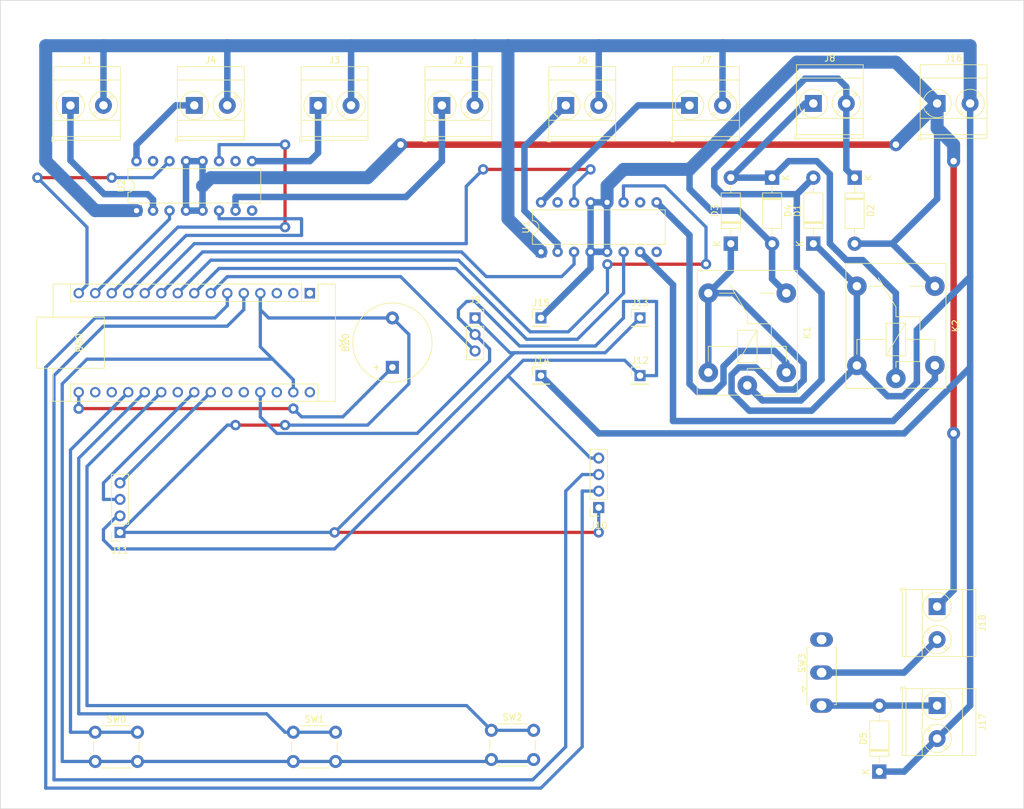
<source format=kicad_pcb>
(kicad_pcb (version 20211014) (generator pcbnew)
  (layers (0 "F.Cu" signal) (31 "B.Cu" signal) (34 "B.Paste" user) (35 "F.Paste" user) (36 "B.SilkS" user "B.Silkscreen") (37 "F.SilkS" user "F.Silkscreen") (38 "B.Mask" user) (39 "F.Mask" user) (44 "Edge.Cuts" user))
  (net 0 "")
  (net 4 "Net-(A1-Pad5)")
  (net 5 "Net-(A1-Pad6)")
  (net 6 "Net-(A1-Pad7)")
  (net 9 "Net-(A1-Pad16)")
  (net 10 "Net-(A1-Pad19)")
  (net 11 "Net-(A1-Pad20)")
  (net 13 "Net-(A1-Pad21)")
  (net 14 "Net-(A1-Pad23)")
  (net 18 "Net-(A1-Pad15)")
  (net 20 "Net-(A1-Pad24)")
  (net 21 "+12V")
  (net 22 "Net-(A1-Pad14)")
  (net 23 "Net-(A1-Pad13)")
  (net 24 "Net-(A1-Pad12)")
  (net 25 "Net-(A1-Pad11)")
  (net 26 "Net-(A1-Pad9)")
  (net 27 "Net-(A1-Pad10)")
  (net 28 "Net-(A1-Pad8)")
  (net 29 "Net-(D1-Pad2)")
  (net 30 "Net-(J1-Pad1)")
  (net 31 "GND")
  (net 32 "Net-(J6-Pad1)")
  (net 33 "Net-(D3-Pad2)")
  (net 34 "Net-(J2-Pad1)")
  (net 35 "Net-(J4-Pad1)")
  (net 36 "Net-(J7-Pad1)")
  (net 37 "Net-(K1-PadA1)")
  (net 38 "Net-(J3-Pad1)")
  (net 39 "+5V")
  (net 40 "GNDPWR")
  (net 41 "Net-(K2-PadA1)")
  (net 42 "Net-(D5-Pad2)")
  (net 43 "Net-(J18-Pad2)")
  (footprint "TerminalBlock_Phoenix:TerminalBlock_Phoenix_MKDS-3-2-5.08_1x02_P5.08mm_Horizontal" (layer "F.Cu") (at 76.83 39.035)
    (fp_text reference "J3")
    (fp_text value "PIN10")
  )
  (footprint "Button_Switch_THT:SW_PUSH_6mm" (layer "F.Cu") (at 42.54 135.545)
    (fp_text reference "SW0")
    (fp_text value "PIN_A0")
  )
  (footprint "TerminalBlock_Phoenix:TerminalBlock_Phoenix_MKDS-3-2-5.08_1x02_P5.08mm_Horizontal" (layer "F.Cu") (at 38.73 39.035)
    (fp_text reference "J1")
    (fp_text value "PIN11")
  )
  (footprint "TerminalBlock_Phoenix:TerminalBlock_Phoenix_MKDS-3-2-5.08_1x02_P5.08mm_Horizontal" (layer "F.Cu") (at 172.08 38.735)
    (fp_text reference "J16")
    (fp_text value "PWR_IN")
  )
  (footprint "Diode_THT:D_DO-41_SOD81_P10.16mm_Horizontal" (layer "F.Cu") (at 146.685 50.165 -90)
    (fp_text reference "D4")
    (fp_text value "1N4004")
  )
  (footprint "Connector_PinSocket_2.54mm:PinSocket_1x04_P2.54mm_Vertical" (layer "F.Cu") (at 120.01 100.955 180)
    (fp_text reference "J10")
    (fp_text value "HX711")
  )
  (footprint "TerminalBlock_Phoenix:TerminalBlock_Phoenix_MKDS-3-2-5.08_1x02_P5.08mm_Horizontal" (layer "F.Cu") (at 172.08 116.2 -90)
    (fp_text reference "J18")
    (fp_text value "FILTER_SENSOR")
  )
  (footprint "Button_Switch_THT:SW_PUSH_6mm" (layer "F.Cu") (at 73.02 135.545)
    (fp_text reference "SW1")
    (fp_text value "PIN_A1")
  )
  (footprint "Buzzer_Beeper:Buzzer_12x9.5RM7.6" (layer "F.Cu") (at 88.265 79.365 90)
    (fp_text reference "BZ0")
    (fp_text value "Buzzer")
  )
  (footprint "TerminalBlock_Phoenix:TerminalBlock_Phoenix_MKDS-3-2-5.08_1x02_P5.08mm_Horizontal" (layer "F.Cu") (at 153.03 38.735)
    (fp_text reference "J8")
    (fp_text value "PUMP")
  )
  (footprint "Button_Switch_THT:SW_PUSH_6mm" (layer "F.Cu") (at 103.5 135.25)
    (fp_text reference "SW2")
    (fp_text value "PIN_A2")
  )
  (footprint "Button_Switch_THT:SW_Slide_1P2T_CK_OS102011MS2Q" (layer "F.Cu") (at 154.3 128.9 90)
    (fp_text reference "SW3")
    (fp_text value "SW_SPDT")
  )
  (footprint "TerminalBlock_Phoenix:TerminalBlock_Phoenix_MKDS-3-2-5.08_1x02_P5.08mm_Horizontal" (layer "F.Cu") (at 57.785 39.035)
    (fp_text reference "J4")
    (fp_text value "PIN12")
  )
  (footprint "Diode_THT:D_DO-41_SOD81_P10.16mm_Horizontal" (layer "F.Cu") (at 163.19 141.6 90)
    (fp_text reference "D5")
    (fp_text value "1N4004")
  )
  (footprint "Connector_PinSocket_2.54mm:PinSocket_1x04_P2.54mm_Vertical" (layer "F.Cu") (at 46.355 104.775 180)
    (fp_text reference "J11")
    (fp_text value "LCD")
  )
  (footprint "Module:Arduino_Nano" (layer "F.Cu") (at 75.565 67.955 -90)
    (fp_text reference "A1")
    (fp_text value "Arduino_Nano_v3.x")
  )
  (footprint "Connector_PinSocket_2.54mm:PinSocket_1x03_P2.54mm_Vertical" (layer "F.Cu") (at 100.99 71.77)
    (fp_text reference "J9")
    (fp_text value "SERVO")
  )
  (footprint "Connector_PinHeader_2.54mm:PinHeader_1x01_P2.54mm_Vertical" (layer "F.Cu") (at 126.365 80.645)
    (fp_text reference "J12")
    (fp_text value "OUT+")
  )
  (footprint "Connector_PinHeader_2.54mm:PinHeader_1x01_P2.54mm_Vertical" (layer "F.Cu") (at 111.125 71.755)
    (fp_text reference "J15")
    (fp_text value "IN-")
  )
  (footprint "TerminalBlock_Phoenix:TerminalBlock_Phoenix_MKDS-3-2-5.08_1x02_P5.08mm_Horizontal" (layer "F.Cu") (at 133.98 39.035)
    (fp_text reference "J7")
    (fp_text value "PIN8")
  )
  (footprint "Package_DIP:DIP-16_W7.62mm" (layer "F.Cu") (at 48.895 55.235 90)
    (fp_text reference "U2")
    (fp_text value "TD62064APG")
  )
  (footprint "Connector_PinHeader_2.54mm:PinHeader_1x01_P2.54mm_Vertical" (layer "F.Cu") (at 126.365 71.755)
    (fp_text reference "J13")
    (fp_text value "OUT-")
  )
  (footprint "TerminalBlock_Phoenix:TerminalBlock_Phoenix_MKDS-3-2-5.08_1x02_P5.08mm_Horizontal" (layer "F.Cu") (at 95.88 39.035)
    (fp_text reference "J2")
    (fp_text value "PIN9")
  )
  (footprint "Diode_THT:D_DO-41_SOD81_P10.16mm_Horizontal" (layer "F.Cu") (at 140.335 60.325 90)
    (fp_text reference "D3")
    (fp_text value "1N4004")
  )
  (footprint "Package_DIP:DIP-16_W7.62mm" (layer "F.Cu") (at 111.14 61.585 90)
    (fp_text reference "U1")
    (fp_text value "TD62064APG")
  )
  (footprint "Relay_THT:Relay_SPDT_Finder_36.11" (layer "F.Cu") (at 142.875 82.145 90)
    (fp_text reference "K1")
    (fp_text value "FINDER-36.11")
  )
  (footprint "Connector_PinHeader_2.54mm:PinHeader_1x01_P2.54mm_Vertical" (layer "F.Cu") (at 111.125 80.645)
    (fp_text reference "J14")
    (fp_text value "IN+")
  )
  (footprint "Diode_THT:D_DO-41_SOD81_P10.16mm_Horizontal" (layer "F.Cu") (at 159.385 50.165 -90)
    (fp_text reference "D2")
    (fp_text value "1N4004")
  )
  (footprint "TerminalBlock_Phoenix:TerminalBlock_Phoenix_MKDS-3-2-5.08_1x02_P5.08mm_Horizontal" (layer "F.Cu") (at 114.935 39.035)
    (fp_text reference "J6")
    (fp_text value "PIN7")
  )
  (footprint "Diode_THT:D_DO-41_SOD81_P10.16mm_Horizontal" (layer "F.Cu") (at 153.035 60.325 90)
    (fp_text reference "D1")
    (fp_text value "1N4004")
  )
  (footprint "Relay_THT:Relay_SPDT_Finder_36.11" (layer "F.Cu") (at 165.735 81.075 90)
    (fp_text reference "K2")
    (fp_text value "FINDER-36.11")
  )
  (footprint "TerminalBlock_Phoenix:TerminalBlock_Phoenix_MKDS-3-2-5.08_1x02_P5.08mm_Horizontal" (layer "F.Cu") (at 172.08 131.44 -90)
    (fp_text reference "J17")
    (fp_text value "FILTER_PUMP")
  )
  (gr_rect (start 27.94 22.86) (end 185.42 147.32) (layer "Edge.Cuts") (width 0.1) (fill none))
  (segment (start 117.475 95.875) (end 120.01 95.875) (width 0.5) (layer "B.Cu") (net 4))
  (segment (start 36.195 142.87) (end 36.2 142.865) (width 0.5) (layer "B.Cu") (net 4))
  (segment (start 109.855 142.865) (end 114.93 137.79) (width 0.5) (layer "B.Cu") (net 4))
  (segment (start 114.93 137.79) (end 114.93 98.42) (width 0.5) (layer "B.Cu") (net 4))
  (segment (start 43.805 73.025) (end 36.195 80.635) (width 0.5) (layer "B.Cu") (net 4))
  (segment (start 36.2 142.865) (end 109.855 142.865) (width 0.5) (layer "B.Cu") (net 4))
  (segment (start 114.93 98.42) (end 117.475 95.875) (width 0.5) (layer "B.Cu") (net 4))
  (segment (start 36.195 80.635) (end 36.195 142.87) (width 0.5) (layer "B.Cu") (net 4))
  (segment (start 62.855 73.025) (end 43.805 73.025) (width 0.5) (layer "B.Cu") (net 4))
  (segment (start 65.405 70.475) (end 62.855 73.025) (width 0.5) (layer "B.Cu") (net 4))
  (segment (start 65.405 67.955) (end 65.405 70.475) (width 0.5) (layer "B.Cu") (net 4))
  (segment (start 60.968604 71.755) (end 42.535 71.755) (width 0.5) (layer "B.Cu") (net 5))
  (segment (start 117.47 98.42) (end 117.475 98.415) (width 0.5) (layer "B.Cu") (net 5))
  (segment (start 34.925 79.365) (end 34.925 144.14) (width 0.5) (layer "B.Cu") (net 5))
  (segment (start 34.92 144.145) (end 111.115 144.145) (width 0.5) (layer "B.Cu") (net 5))
  (segment (start 62.865 67.955) (end 62.865 69.858604) (width 0.5) (layer "B.Cu") (net 5))
  (segment (start 34.925 144.14) (end 34.92 144.145) (width 0.5) (layer "B.Cu") (net 5))
  (segment (start 111.115 144.145) (end 117.47 137.79) (width 0.5) (layer "B.Cu") (net 5))
  (segment (start 62.865 69.858604) (end 60.968604 71.755) (width 0.5) (layer "B.Cu") (net 5))
  (segment (start 117.475 98.415) (end 120.01 98.415) (width 0.5) (layer "B.Cu") (net 5))
  (segment (start 42.535 71.755) (end 34.925 79.365) (width 0.5) (layer "B.Cu") (net 5))
  (segment (start 117.47 137.79) (end 117.47 98.42) (width 0.5) (layer "B.Cu") (net 5))
  (segment (start 62.865 65.405) (end 60.325 67.945) (width 0.5) (layer "B.Cu") (net 6))
  (segment (start 89.535 65.405) (end 62.865 65.405) (width 0.5) (layer "B.Cu") (net 6))
  (segment (start 100.98 76.85) (end 89.535 65.405) (width 0.5) (layer "B.Cu") (net 6))
  (segment (start 60.325 67.945) (end 60.325 67.955) (width 0.5) (layer "B.Cu") (net 6))
  (segment (start 100.99 76.85) (end 100.98 76.85) (width 0.5) (layer "B.Cu") (net 6))
  (segment (start 73.02 85.72) (end 40 85.72) (width 0.5) (layer "F.Cu") (net 9))
  (via (at 73.02 85.72) (size 1.6) (drill 0.8) (layers "F.Cu" "B.Cu") (net 9))
  (via (at 40 85.72) (size 1.6) (drill 0.8) (layers "F.Cu" "B.Cu") (net 9))
  (via (at 40 85.72) (size 1.6) (drill 0.8) (layers "F.Cu" "B.Cu") (net 9))
  (segment (start 73.02 85.72) (end 74.29 86.99) (width 0.5) (layer "B.Cu") (net 9))
  (segment (start 40.005 85.715) (end 40 85.72) (width 0.5) (layer "B.Cu") (net 9))
  (segment (start 74.29 86.99) (end 80.64 86.99) (width 0.5) (layer "B.Cu") (net 9))
  (segment (start 40.005 83.195) (end 40.005 85.715) (width 0.5) (layer "B.Cu") (net 9))
  (segment (start 80.64 86.99) (end 88.265 79.365) (width 0.5) (layer "B.Cu") (net 9))
  (segment (start 38.735 135.545) (end 38.735 92.085) (width 0.5) (layer "B.Cu") (net 10))
  (segment (start 38.735 92.085) (end 47.625 83.195) (width 0.5) (layer "B.Cu") (net 10))
  (segment (start 42.54 135.545) (end 49.04 135.545) (width 0.5) (layer "B.Cu") (net 10))
  (segment (start 42.54 135.545) (end 38.735 135.545) (width 0.5) (layer "B.Cu") (net 10))
  (segment (start 73.02 135.545) (end 71.75 135.545) (width 0.5) (layer "B.Cu") (net 11))
  (segment (start 73.02 135.545) (end 79.52 135.545) (width 0.5) (layer "B.Cu") (net 11))
  (segment (start 71.75 135.545) (end 68.915 132.71) (width 0.5) (layer "B.Cu") (net 11))
  (segment (start 68.915 132.71) (end 40.005 132.71) (width 0.5) (layer "B.Cu") (net 11))
  (segment (start 40.005 93.355) (end 50.165 83.195) (width 0.5) (layer "B.Cu") (net 11))
  (segment (start 40.005 132.71) (end 40.005 93.355) (width 0.5) (layer "B.Cu") (net 11))
  (segment (start 103.5 135.25) (end 99.69 131.44) (width 0.5) (layer "B.Cu") (net 13))
  (segment (start 41.275 94.625) (end 52.705 83.195) (width 0.5) (layer "B.Cu") (net 13))
  (segment (start 103.5 135.25) (end 110 135.25) (width 0.5) (layer "B.Cu") (net 13))
  (segment (start 41.275 131.44) (end 41.275 94.625) (width 0.5) (layer "B.Cu") (net 13))
  (segment (start 99.69 131.44) (end 41.275 131.44) (width 0.5) (layer "B.Cu") (net 13))
  (segment (start 43.815 99.695) (end 46.355 99.695) (width 0.5) (layer "B.Cu") (net 14))
  (segment (start 57.785 83.195) (end 43.81 97.17) (width 0.5) (layer "B.Cu") (net 14))
  (segment (start 43.81 97.17) (end 43.81 99.69) (width 0.5) (layer "B.Cu") (net 14))
  (segment (start 43.81 99.69) (end 43.815 99.695) (width 0.5) (layer "B.Cu") (net 14))
  (segment (start 45.08 50.16) (end 33.65 50.16) (width 0.5) (layer "F.Cu") (net 18))
  (via (at 33.65 50.16) (size 1.6) (drill 0.8) (layers "F.Cu" "B.Cu") (net 18))
  (via (at 45.08 50.16) (size 1.6) (drill 0.8) (layers "F.Cu" "B.Cu") (net 18))
  (segment (start 45.08 50.16) (end 51.43 50.16) (width 0.5) (layer "B.Cu") (net 18))
  (segment (start 41.275 66.685) (end 40.005 67.955) (width 0.5) (layer "B.Cu") (net 18))
  (segment (start 33.65 50.16) (end 41.275 57.785) (width 0.5) (layer "B.Cu") (net 18))
  (segment (start 41.275 57.785) (end 41.275 66.685) (width 0.5) (layer "B.Cu") (net 18))
  (segment (start 51.43 50.16) (end 53.975 47.615) (width 0.5) (layer "B.Cu") (net 18))
  (segment (start 60.325 83.195) (end 46.365 97.155) (width 0.5) (layer "B.Cu") (net 20))
  (segment (start 46.365 97.155) (end 46.355 97.155) (width 0.5) (layer "B.Cu") (net 20))
  (segment (start 167.005 89.535) (end 177.16 79.38) (width 1) (layer "B.Cu") (net 21))
  (segment (start 144.145 79.375) (end 141.605 79.375) (width 1) (layer "B.Cu") (net 21))
  (segment (start 100.965 29.845) (end 100.96 29.85) (width 1) (layer "B.Cu") (net 21))
  (segment (start 106.045 56.49) (end 106.045 29.845) (width 2) (layer "B.Cu") (net 21))
  (segment (start 159.735 66.875) (end 159.735 79.075) (width 1) (layer "B.Cu") (net 21))
  (segment (start 150.099476 82.781621) (end 147.551621 82.781621) (width 1) (layer "B.Cu") (net 21))
  (segment (start 163.19 141.6) (end 167 141.6) (width 1) (layer "B.Cu") (net 21))
  (segment (start 62.865 29.845) (end 62.865 39.035) (width 1) (layer "B.Cu") (net 21))
  (segment (start 177.16 65.41) (end 177.16 65.4) (width 1) (layer "B.Cu") (net 21))
  (segment (start 177.16 79.38) (end 177.16 131.44) (width 1) (layer "B.Cu") (net 21))
  (segment (start 147.551621 82.781621) (end 144.145 79.375) (width 1) (layer "B.Cu") (net 21))
  (segment (start 168.96236 81.724854) (end 168.96236 73.60764) (width 1) (layer "B.Cu") (net 21))
  (segment (start 100.96 29.85) (end 100.96 39.035) (width 1) (layer "B.Cu") (net 21))
  (segment (start 34.925 29.845) (end 43.815 29.845) (width 2) (layer "B.Cu") (net 21))
  (segment (start 151.551472 81.329625) (end 150.099476 82.781621) (width 1) (layer "B.Cu") (net 21))
  (segment (start 140.452302 83.302302) (end 143.191862 86.041862) (width 1) (layer "B.Cu") (net 21))
  (segment (start 177.16 65.4) (end 177.16 38.735) (width 1) (layer "B.Cu") (net 21))
  (segment (start 48.895 55.235) (end 42.535 55.235) (width 2) (layer "B.Cu") (net 21))
  (segment (start 81.915 29.845) (end 100.965 29.845) (width 2) (layer "B.Cu") (net 21))
  (segment (start 141.605 79.375) (end 140.452302 80.527698) (width 1) (layer "B.Cu") (net 21))
  (segment (start 81.915 29.845) (end 81.91 29.85) (width 1) (layer "B.Cu") (net 21))
  (segment (start 43.815 29.845) (end 62.865 29.845) (width 2) (layer "B.Cu") (net 21))
  (segment (start 136.875 80.145) (end 136.875 67.945) (width 1) (layer "B.Cu") (net 21))
  (segment (start 152.768138 86.041862) (end 159.735 79.075) (width 1) (layer "B.Cu") (net 21))
  (segment (start 111.125 80.645) (end 120.015 89.535) (width 1) (layer "B.Cu") (net 21))
  (segment (start 139.065 29.845) (end 177.165 29.845) (width 2) (layer "B.Cu") (net 21))
  (segment (start 164.469814 83.809814) (end 166.8774 83.809814) (width 1) (layer "B.Cu") (net 21))
  (segment (start 81.91 29.85) (end 81.91 39.035) (width 1) (layer "B.Cu") (net 21))
  (segment (start 111.14 61.585) (end 106.045 56.49) (width 2) (layer "B.Cu") (net 21))
  (segment (start 62.865 29.845) (end 81.915 29.845) (width 2) (layer "B.Cu") (net 21))
  (segment (start 168.96236 73.60764) (end 177.16 65.41) (width 1) (layer "B.Cu") (net 21))
  (segment (start 120.015 29.845) (end 139.065 29.845) (width 2) (layer "B.Cu") (net 21))
  (segment (start 177.16 29.85) (end 177.16 38.735) (width 2) (layer "B.Cu") (net 21))
  (segment (start 120.015 29.845) (end 120.015 39.035) (width 1) (layer "B.Cu") (net 21))
  (segment (start 100.965 29.845) (end 106.045 29.845) (width 2) (layer "B.Cu") (net 21))
  (segment (start 140.452302 80.527698) (end 140.452302 83.302302) (width 1) (layer "B.Cu") (net 21))
  (segment (start 34.925 47.625) (end 34.925 29.845) (width 2) (layer "B.Cu") (net 21))
  (segment (start 140.335 64.485) (end 136.875 67.945) (width 1) (layer "B.Cu") (net 21))
  (segment (start 139.065 29.845) (end 139.06 29.85) (width 1) (layer "B.Cu") (net 21))
  (segment (start 42.535 55.235) (end 34.925 47.625) (width 2) (layer "B.Cu") (net 21))
  (segment (start 140.335 62.865) (end 140.335 64.485) (width 1) (layer "B.Cu") (net 21))
  (segment (start 166.8774 83.809814) (end 168.96236 81.724854) (width 1) (layer "B.Cu") (net 21))
  (segment (start 140.335 60.325) (end 140.335 62.865) (width 1) (layer "B.Cu") (net 21))
  (segment (start 43.81 29.85) (end 43.815 29.845) (width 1) (layer "B.Cu") (net 21))
  (segment (start 153.185 60.325) (end 159.735 66.875) (width 1) (layer "B.Cu") (net 21))
  (segment (start 153.035 60.325) (end 153.185 60.325) (width 1) (layer "B.Cu") (net 21))
  (segment (start 151.551472 78.734416) (end 151.551472 81.329625) (width 1) (layer "B.Cu") (net 21))
  (segment (start 177.16 79.38) (end 177.16 65.4) (width 1) (layer "B.Cu") (net 21))
  (segment (start 120.015 89.535) (end 167.005 89.535) (width 1) (layer "B.Cu") (net 21))
  (segment (start 136.875 67.945) (end 140.762056 67.945) (width 1) (layer "B.Cu") (net 21))
  (segment (start 177.16 131.44) (end 172.08 136.52) (width 1) (layer "B.Cu") (net 21))
  (segment (start 140.762056 67.945) (end 151.551472 78.734416) (width 1) (layer "B.Cu") (net 21))
  (segment (start 43.81 39.035) (end 43.81 29.85) (width 1) (layer "B.Cu") (net 21))
  (segment (start 106.045 29.845) (end 120.015 29.845) (width 2) (layer "B.Cu") (net 21))
  (segment (start 159.735 79.075) (end 164.469814 83.809814) (width 1) (layer "B.Cu") (net 21))
  (segment (start 139.06 29.85) (end 139.06 39.035) (width 1) (layer "B.Cu") (net 21))
  (segment (start 143.191862 86.041862) (end 152.768138 86.041862) (width 1) (layer "B.Cu") (net 21))
  (segment (start 167 141.6) (end 172.08 136.52) (width 1) (layer "B.Cu") (net 21))
  (segment (start 53.975 56.525) (end 42.545 67.955) (width 0.5) (layer "B.Cu") (net 22))
  (segment (start 53.975 55.235) (end 53.975 56.525) (width 0.5) (layer "B.Cu") (net 22))
  (segment (start 71.75 45.08) (end 71.75 57.78) (width 0.5) (layer "F.Cu") (net 23))
  (via (at 71.75 57.78) (size 1.6) (drill 0.8) (layers "F.Cu" "B.Cu") (net 23))
  (via (at 71.75 45.08) (size 1.6) (drill 0.8) (layers "F.Cu" "B.Cu") (net 23))
  (segment (start 71.75 57.78) (end 55.26 57.78) (width 0.5) (layer "B.Cu") (net 23))
  (segment (start 55.26 57.78) (end 45.085 67.955) (width 0.5) (layer "B.Cu") (net 23))
  (segment (start 61.595 45.08) (end 61.595 47.615) (width 0.5) (layer "B.Cu") (net 23))
  (segment (start 71.75 45.08) (end 61.595 45.08) (width 0.5) (layer "B.Cu") (net 23))
  (segment (start 74.29 56.51) (end 74.265 56.485) (width 0.5) (layer "B.Cu") (net 24))
  (segment (start 74.29 59.05) (end 74.29 56.51) (width 0.5) (layer "B.Cu") (net 24))
  (segment (start 56.53 59.05) (end 47.625 67.955) (width 0.5) (layer "B.Cu") (net 24))
  (segment (start 61.595 56.465) (end 61.615 56.485) (width 0.5) (layer "B.Cu") (net 24))
  (segment (start 74.29 59.05) (end 56.53 59.05) (width 0.5) (layer "B.Cu") (net 24))
  (segment (start 61.615 56.485) (end 74.265 56.485) (width 0.5) (layer "B.Cu") (net 24))
  (segment (start 61.595 55.235) (end 61.595 56.465) (width 0.5) (layer "B.Cu") (net 24))
  (segment (start 102.23 48.89) (end 118.74 48.89) (width 0.5) (layer "F.Cu") (net 25))
  (via (at 118.74 48.89) (size 1.6) (drill 0.8) (layers "F.Cu" "B.Cu") (net 25))
  (via (at 102.23 48.89) (size 1.6) (drill 0.8) (layers "F.Cu" "B.Cu") (net 25))
  (segment (start 99.631841 51.488159) (end 102.23 48.89) (width 0.5) (layer "B.Cu") (net 25))
  (segment (start 50.165 67.955) (end 57.795 60.325) (width 0.5) (layer "B.Cu") (net 25))
  (segment (start 118.74 48.89) (end 116.22 51.41) (width 0.5) (layer "B.Cu") (net 25))
  (segment (start 116.22 51.41) (end 116.22 53.965) (width 0.5) (layer "B.Cu") (net 25))
  (segment (start 57.795 60.325) (end 99.626841 60.325) (width 0.5) (layer "B.Cu") (net 25))
  (segment (start 99.626841 60.325) (end 99.631841 60.32) (width 0.5) (layer "B.Cu") (net 25))
  (segment (start 99.631841 60.32) (end 99.631841 51.488159) (width 0.5) (layer "B.Cu") (net 25))
  (segment (start 121.35647 63.513041) (end 121.382435 63.487076) (width 0.5) (layer "F.Cu") (net 26))
  (segment (start 121.382435 63.487076) (end 136.508777 63.487076) (width 0.5) (layer "F.Cu") (net 26))
  (segment (start 136.508777 63.487076) (end 136.52 63.475853) (width 0.5) (layer "F.Cu") (net 26))
  (via (at 121.35647 63.513041) (size 1.6) (drill 0.8) (layers "F.Cu" "B.Cu") (net 26))
  (via (at 136.52 63.475853) (size 1.6) (drill 0.8) (layers "F.Cu" "B.Cu") (net 26))
  (segment (start 98.425 62.865) (end 60.325 62.865) (width 0.5) (layer "B.Cu") (net 26))
  (segment (start 130.17 51.43) (end 123.82 51.43) (width 0.5) (layer "B.Cu") (net 26))
  (segment (start 109.456343 73.896343) (end 98.425 62.865) (width 0.5) (layer "B.Cu") (net 26))
  (segment (start 136.52 57.78) (end 130.17 51.43) (width 0.5) (layer "B.Cu") (net 26))
  (segment (start 123.82 51.43) (end 123.82 53.945) (width 0.5) (layer "B.Cu") (net 26))
  (segment (start 55.245 67.945) (end 55.245 67.955) (width 0.5) (layer "B.Cu") (net 26))
  (segment (start 136.52 63.475853) (end 136.52 57.78) (width 0.5) (layer "B.Cu") (net 26))
  (segment (start 121.35647 67.87353) (end 115.333657 73.896343) (width 0.5) (layer "B.Cu") (net 26))
  (segment (start 121.35647 63.513041) (end 121.35647 67.87353) (width 0.5) (layer "B.Cu") (net 26))
  (segment (start 115.333657 73.896343) (end 109.456343 73.896343) (width 0.5) (layer "B.Cu") (net 26))
  (segment (start 60.325 62.865) (end 55.245 67.945) (width 0.5) (layer "B.Cu") (net 26))
  (segment (start 98.907933 61.595) (end 59.065 61.595) (width 0.5) (layer "B.Cu") (net 27))
  (segment (start 116.22 61.585) (end 116.22 63.48) (width 0.5) (layer "B.Cu") (net 27))
  (segment (start 102.712933 65.4) (end 98.907933 61.595) (width 0.5) (layer "B.Cu") (net 27))
  (segment (start 59.065 61.595) (end 52.705 67.955) (width 0.5) (layer "B.Cu") (net 27))
  (segment (start 116.22 63.48) (end 114.3 65.4) (width 0.5) (layer "B.Cu") (net 27))
  (segment (start 114.3 65.4) (end 102.712933 65.4) (width 0.5) (layer "B.Cu") (net 27))
  (segment (start 98.004671 64.135) (end 61.595 64.135) (width 0.5) (layer "B.Cu") (net 28))
  (segment (start 57.785 67.945) (end 57.785 67.955) (width 0.5) (layer "B.Cu") (net 28))
  (segment (start 123.84 61.585) (end 123.84 67.93) (width 0.5) (layer "B.Cu") (net 28))
  (segment (start 61.595 64.135) (end 57.785 67.945) (width 0.5) (layer "B.Cu") (net 28))
  (segment (start 116.728107 75.041893) (end 108.911564 75.041893) (width 0.5) (layer "B.Cu") (net 28))
  (segment (start 123.84 67.93) (end 116.728107 75.041893) (width 0.5) (layer "B.Cu") (net 28))
  (segment (start 108.911564 75.041893) (end 98.004671 64.135) (width 0.5) (layer "B.Cu") (net 28))
  (segment (start 158.11 36.19) (end 158.11 38.735) (width 1) (layer "B.Cu") (net 29))
  (segment (start 150.49 64.13) (end 150.49 52.71) (width 1) (layer "B.Cu") (net 29))
  (segment (start 154.3 67.94) (end 150.49 64.13) (width 1) (layer "B.Cu") (net 29))
  (segment (start 156.84 34.92) (end 158.11 36.19) (width 1) (layer "B.Cu") (net 29))
  (segment (start 153.035 50.165) (end 150.495 52.705) (width 1) (layer "B.Cu") (net 29))
  (segment (start 145.185 84.455) (end 151.125 84.455) (width 1) (layer "B.Cu") (net 29))
  (segment (start 151.125 84.455) (end 154.3 81.28) (width 1) (layer "B.Cu") (net 29))
  (segment (start 142.875 82.145) (end 145.185 84.455) (width 1) (layer "B.Cu") (net 29))
  (segment (start 158.11 38.735) (end 158.11 48.89) (width 1) (layer "B.Cu") (net 29))
  (segment (start 139.07 52.705) (end 137.79 51.425) (width 1) (layer "B.Cu") (net 29))
  (segment (start 137.79 48.89) (end 151.76 34.92) (width 1) (layer "B.Cu") (net 29))
  (segment (start 150.495 52.705) (end 139.07 52.705) (width 1) (layer "B.Cu") (net 29))
  (segment (start 150.49 52.71) (end 153.035 50.165) (width 1) (layer "B.Cu") (net 29))
  (segment (start 151.76 34.92) (end 156.84 34.92) (width 1) (layer "B.Cu") (net 29))
  (segment (start 137.79 51.425) (end 137.79 48.89) (width 1) (layer "B.Cu") (net 29))
  (segment (start 158.11 48.89) (end 159.385 50.165) (width 1) (layer "B.Cu") (net 29))
  (segment (start 154.3 81.28) (end 154.3 67.94) (width 1) (layer "B.Cu") (net 29))
  (segment (start 50.595 52.7) (end 51.435 53.54) (width 1) (layer "B.Cu") (net 30))
  (segment (start 38.73 47.5025) (end 43.9275 52.7) (width 1) (layer "B.Cu") (net 30))
  (segment (start 43.9275 52.7) (end 50.595 52.7) (width 1) (layer "B.Cu") (net 30))
  (segment (start 51.435 53.54) (end 51.435 55.235) (width 1) (layer "B.Cu") (net 30))
  (segment (start 38.73 39.035) (end 39.035 39.035) (width 1) (layer "B.Cu") (net 30))
  (segment (start 38.73 39.035) (end 38.73 47.5025) (width 1) (layer "B.Cu") (net 30))
  (segment (start 64.13 88.26) (end 71.75 88.26) (width 0.5) (layer "F.Cu") (net 31))
  (segment (start 79.375 104.775) (end 120.005 104.775) (width 0.5) (layer "F.Cu") (net 31))
  (segment (start 120.005 104.775) (end 120.01 104.77) (width 0.5) (layer "F.Cu") (net 31))
  (via (at 120.01 104.77) (size 1.6) (drill 0.8) (layers "F.Cu" "B.Cu") (net 31))
  (via (at 64.13 88.26) (size 1.6) (drill 0.8) (layers "F.Cu" "B.Cu") (net 31))
  (via (at 79.375 104.775) (size 1.6) (drill 0.8) (layers "F.Cu" "B.Cu") (net 31))
  (via (at 71.75 88.26) (size 1.6) (drill 0.8) (layers "F.Cu" "B.Cu") (net 31))
  (segment (start 42.54 140.045) (end 37.465 140.045) (width 0.5) (layer "B.Cu") (net 31))
  (segment (start 107.028604 77.121396) (end 107.601396 77.121396) (width 0.5) (layer "B.Cu") (net 31))
  (segment (start 90.8 81.91) (end 90.8 74.3) (width 0.5) (layer "B.Cu") (net 31))
  (segment (start 107.601396 77.121396) (end 120.998604 77.121396) (width 0.5) (layer "B.Cu") (net 31))
  (segment (start 79.365 104.785) (end 79.375 104.775) (width 0.5) (layer "B.Cu") (net 31))
  (segment (start 67.945 70.485) (end 67.945 67.955) (width 0.5) (layer "B.Cu") (net 31))
  (segment (start 84.45 88.26) (end 90.8 81.91) (width 0.5) (layer "B.Cu") (net 31))
  (segment (start 90.8 74.3) (end 88.265 71.765) (width 0.5) (layer "B.Cu") (net 31))
  (segment (start 73.025 81.28) (end 73.025 83.195) (width 0.5) (layer "B.Cu") (net 31))
  (segment (start 100.99 71.77) (end 106.341396 77.121396) (width 0.5) (layer "B.Cu") (net 31))
  (segment (start 120.01 100.955) (end 120.01 104.77) (width 0.5) (layer "B.Cu") (net 31))
  (segment (start 110 139.75) (end 109.705 140.045) (width 0.5) (layer "B.Cu") (net 31))
  (segment (start 71.75 88.26) (end 84.45 88.26) (width 0.5) (layer "B.Cu") (net 31))
  (segment (start 88.265 71.765) (end 69.225 71.765) (width 0.5) (layer "B.Cu") (net 31))
  (segment (start 37.465 81.91) (end 41.27 78.105) (width 0.5) (layer "B.Cu") (net 31))
  (segment (start 37.465 140.045) (end 37.465 81.91) (width 0.5) (layer "B.Cu") (net 31))
  (segment (start 120.998604 77.121396) (end 126.365 71.755) (width 0.5) (layer "B.Cu") (net 31))
  (segment (start 67.945 67.955) (end 67.945 76.2) (width 0.5) (layer "B.Cu") (net 31))
  (segment (start 64.13 88.26) (end 62.87 88.26) (width 0.5) (layer "B.Cu") (net 31))
  (segment (start 79.375 104.775) (end 46.355 104.775) (width 0.5) (layer "B.Cu") (net 31))
  (segment (start 67.945 76.2) (end 69.85 78.105) (width 0.5) (layer "B.Cu") (net 31))
  (segment (start 109.705 140.045) (end 42.54 140.045) (width 0.5) (layer "B.Cu") (net 31))
  (segment (start 69.85 78.105) (end 73.025 81.28) (width 0.5) (layer "B.Cu") (net 31))
  (segment (start 41.27 78.105) (end 69.85 78.105) (width 0.5) (layer "B.Cu") (net 31))
  (segment (start 69.225 71.765) (end 67.945 70.485) (width 0.5) (layer "B.Cu") (net 31))
  (segment (start 62.87 88.26) (end 46.355 104.775) (width 0.5) (layer "B.Cu") (net 31))
  (segment (start 79.375 104.775) (end 107.028604 77.121396) (width 0.5) (layer "B.Cu") (net 31))
  (segment (start 106.341396 77.121396) (end 107.601396 77.121396) (width 0.5) (layer "B.Cu") (net 31))
  (segment (start 46.355 104.775) (end 46.365 104.785) (width 0.5) (layer "B.Cu") (net 31))
  (segment (start 113.68 60.34) (end 113.68 61.585) (width 1) (layer "B.Cu") (net 32))
  (segment (start 108.585 55.245) (end 113.68 60.34) (width 1) (layer "B.Cu") (net 32))
  (segment (start 114.935 39.035) (end 108.585 45.385) (width 1) (layer "B.Cu") (net 32))
  (segment (start 108.585 45.385) (end 108.585 55.245) (width 1) (layer "B.Cu") (net 32))
  (segment (start 153.03 38.735) (end 151.765 38.735) (width 1) (layer "B.Cu") (net 33))
  (segment (start 151.765 38.735) (end 140.335 50.165) (width 1) (layer "B.Cu") (net 33))
  (segment (start 165.735 81.075) (end 165.735 67.945) (width 1) (layer "B.Cu") (net 33))
  (segment (start 158.11 62.86) (end 155.57 60.32) (width 1) (layer "B.Cu") (net 33))
  (segment (start 140.335 50.165) (end 146.685 50.165) (width 1) (layer "B.Cu") (net 33))
  (segment (start 149.23 47.62) (end 146.685 50.165) (width 1) (layer "B.Cu") (net 33))
  (segment (start 155.57 49.625) (end 153.565 47.62) (width 1) (layer "B.Cu") (net 33))
  (segment (start 153.565 47.62) (end 149.23 47.62) (width 1) (layer "B.Cu") (net 33))
  (segment (start 165.735 67.945) (end 160.65 62.86) (width 1) (layer "B.Cu") (net 33))
  (segment (start 155.57 60.32) (end 155.57 49.625) (width 1) (layer "B.Cu") (net 33))
  (segment (start 160.65 62.86) (end 158.11 62.86) (width 1) (layer "B.Cu") (net 33))
  (segment (start 64.13 55.23) (end 64.13 53.135) (width 1) (layer "B.Cu") (net 34))
  (segment (start 64.13 53.135) (end 90.365 53.135) (width 1) (layer "B.Cu") (net 34))
  (segment (start 64.135 55.235) (end 64.13 55.23) (width 1) (layer "B.Cu") (net 34))
  (segment (start 95.88 47.62) (end 95.88 39.035) (width 1) (layer "B.Cu") (net 34))
  (segment (start 90.365 53.135) (end 95.88 47.62) (width 1) (layer "B.Cu") (net 34))
  (segment (start 57.8 39.05) (end 57.785 39.035) (width 1) (layer "B.Cu") (net 35))
  (segment (start 57.785 39.035) (end 54.945 39.035) (width 1) (layer "B.Cu") (net 35))
  (segment (start 48.895 45.085) (end 48.895 47.615) (width 1) (layer "B.Cu") (net 35))
  (segment (start 54.945 39.035) (end 48.895 45.085) (width 1) (layer "B.Cu") (net 35))
  (segment (start 133.98 39.035) (end 126.07 39.035) (width 1) (layer "B.Cu") (net 36))
  (segment (start 126.07 39.035) (end 111.14 53.965) (width 1) (layer "B.Cu") (net 36))
  (segment (start 148.875 80.145) (end 148.105 79.375) (width 1) (layer "B.Cu") (net 37))
  (segment (start 141.605 76.835) (end 147.035 76.835) (width 1) (layer "B.Cu") (net 37))
  (segment (start 148.875 78.675) (end 148.875 80.145) (width 1) (layer "B.Cu") (net 37))
  (segment (start 135.255 83.185) (end 137.795 83.185) (width 1) (layer "B.Cu") (net 37))
  (segment (start 133.98 81.91) (end 135.255 83.185) (width 1) (layer "B.Cu") (net 37))
  (segment (start 128.92 53.965) (end 133.98 59.025) (width 1) (layer "B.Cu") (net 37))
  (segment (start 147.035 76.835) (end 148.875 78.675) (width 1) (layer "B.Cu") (net 37))
  (segment (start 133.98 59.025) (end 133.98 81.91) (width 1) (layer "B.Cu") (net 37))
  (segment (start 139.211802 79.228198) (end 141.605 76.835) (width 1) (layer "B.Cu") (net 37))
  (segment (start 137.795 83.185) (end 139.211802 81.768198) (width 1) (layer "B.Cu") (net 37))
  (segment (start 139.211802 81.768198) (end 139.211802 79.228198) (width 1) (layer "B.Cu") (net 37))
  (segment (start 76.83 46.35) (end 75.56 47.62) (width 1) (layer "B.Cu") (net 38))
  (segment (start 66.68 47.62) (end 66.675 47.615) (width 1) (layer "B.Cu") (net 38))
  (segment (start 76.83 39.035) (end 76.83 46.35) (width 1) (layer "B.Cu") (net 38))
  (segment (start 75.56 47.62) (end 66.68 47.62) (width 1) (layer "B.Cu") (net 38))
  (segment (start 107.822754 76.081645) (end 119.498355 76.081645) (width 0.5) (layer "B.Cu") (net 39))
  (segment (start 46.355 107.315) (end 46.365 107.325) (width 0.5) (layer "B.Cu") (net 39))
  (segment (start 43.81 104.33) (end 45.905 102.235) (width 0.5) (layer "B.Cu") (net 39))
  (segment (start 103.219149 76.539149) (end 100.99 74.31) (width 0.5) (layer "B.Cu") (net 39))
  (segment (start 123.825 69.215) (end 128.905 69.215) (width 0.5) (layer "B.Cu") (net 39))
  (segment (start 123.996676 78.276676) (end 126.365 80.645) (width 0.5) (layer "B.Cu") (net 39))
  (segment (start 123.825 71.755) (end 123.825 69.215) (width 0.5) (layer "B.Cu") (net 39))
  (segment (start 106.045 80.645) (end 108.413324 78.276676) (width 0.5) (layer "B.Cu") (net 39))
  (segment (start 128.905 80.645) (end 126.365 80.645) (width 0.5) (layer "B.Cu") (net 39))
  (segment (start 98.425 71.745) (end 98.425 70.485) (width 0.5) (layer "B.Cu") (net 39))
  (segment (start 67.945 86.995) (end 70.48 89.53) (width 0.5) (layer "B.Cu") (net 39))
  (segment (start 106.045 80.645) (end 118.735 93.335) (width 0.5) (layer "B.Cu") (net 39))
  (segment (start 92.079999 89.53) (end 103.219149 78.39085) (width 0.5) (layer "B.Cu") (net 39))
  (segment (start 79.365 107.325) (end 45.19 107.325) (width 0.5) (layer "B.Cu") (net 39))
  (segment (start 45.19 107.325) (end 43.81 105.945) (width 0.5) (layer "B.Cu") (net 39))
  (segment (start 98.425 70.485) (end 99.695 69.215) (width 0.5) (layer "B.Cu") (net 39))
  (segment (start 67.945 83.195) (end 67.945 86.995) (width 0.5) (layer "B.Cu") (net 39))
  (segment (start 106.045 80.645) (end 79.365 107.325) (width 0.5) (layer "B.Cu") (net 39))
  (segment (start 43.81 105.945) (end 43.81 104.33) (width 0.5) (layer "B.Cu") (net 39))
  (segment (start 119.498355 76.081645) (end 123.825 71.755) (width 0.5) (layer "B.Cu") (net 39))
  (segment (start 103.219149 78.39085) (end 103.219149 76.539149) (width 0.5) (layer "B.Cu") (net 39))
  (segment (start 108.413324 78.276676) (end 123.996676 78.276676) (width 0.5) (layer "B.Cu") (net 39))
  (segment (start 70.48 89.53) (end 92.079999 89.53) (width 0.5) (layer "B.Cu") (net 39))
  (segment (start 118.735 93.335) (end 120.01 93.335) (width 0.5) (layer "B.Cu") (net 39))
  (segment (start 100.99 74.31) (end 98.425 71.745) (width 0.5) (layer "B.Cu") (net 39))
  (segment (start 100.956109 69.215) (end 107.822754 76.081645) (width 0.5) (layer "B.Cu") (net 39))
  (segment (start 128.905 69.215) (end 128.905 80.645) (width 0.5) (layer "B.Cu") (net 39))
  (segment (start 99.695 69.215) (end 100.956109 69.215) (width 0.5) (layer "B.Cu") (net 39))
  (segment (start 174.62 47.62) (end 174.62 89.53) (width 1) (layer "F.Cu") (net 40))
  (segment (start 165.73 45.08) (end 89.53 45.08) (width 1) (layer "F.Cu") (net 40))
  (via (at 174.62 89.53) (size 2) (drill 1) (layers "F.Cu" "B.Cu") (net 40))
  (via (at 165.73 45.08) (size 2) (drill 1) (layers "F.Cu" "B.Cu") (net 40))
  (via (at 174.62 47.62) (size 2) (drill 1) (layers "F.Cu" "B.Cu") (net 40))
  (via (at 89.53 45.08) (size 2) (drill 1) (layers "F.Cu" "B.Cu") (net 40))
  (segment (start 141.605 55.245) (end 137.325057 55.245) (width 1) (layer "B.Cu") (net 40))
  (segment (start 174.62 113.66) (end 172.08 116.2) (width 1) (layer "B.Cu") (net 40))
  (segment (start 121.3 53.965) (end 121.3 51.42) (width 2) (layer "B.Cu") (net 40))
  (segment (start 172.08 53.43) (end 172.08 38.735) (width 1) (layer "B.Cu") (net 40))
  (segment (start 60.33 50.16) (end 59.055 51.435) (width 2) (layer "B.Cu") (net 40))
  (segment (start 121.3 61.585) (end 121.3 53.965) (width 1) (layer "B.Cu") (net 40))
  (segment (start 56.515 47.615) (end 56.515 55.235) (width 1) (layer "B.Cu") (net 40))
  (segment (start 174.62 89.53) (end 174.62 113.66) (width 1) (layer "B.Cu") (net 40))
  (segment (start 174.62 47.62) (end 174.62 45.085) (width 2) (layer "B.Cu") (net 40))
  (segment (start 111.125 71.745) (end 118.76 64.11) (width 1) (layer "B.Cu") (net 40))
  (segment (start 118.76 61.585) (end 120.025 61.585) (width 1) (layer "B.Cu") (net 40))
  (segment (start 120.025 61.585) (end 121.3 61.585) (width 1) (layer "B.Cu") (net 40))
  (segment (start 165.185 60.325) (end 171.735 66.875) (width 1) (layer "B.Cu") (net 40))
  (segment (start 146.685 65.755) (end 148.875 67.945) (width 1) (layer "B.Cu") (net 40))
  (segment (start 59.055 55.235) (end 59.055 51.435) (width 1) (layer "B.Cu") (net 40))
  (segment (start 174.62 45.085) (end 172.08 42.545) (width 2) (layer "B.Cu") (net 40))
  (segment (start 137.325057 55.245) (end 133.985 51.904943) (width 1) (layer "B.Cu") (net 40))
  (segment (start 89.53 45.085) (end 84.455 50.16) (width 2) (layer "B.Cu") (net 40))
  (segment (start 133.98 48.89) (end 150.49 32.38) (width 2) (layer "B.Cu") (net 40))
  (segment (start 146.685 60.325) (end 141.605 55.245) (width 1) (layer "B.Cu") (net 40))
  (segment (start 165.185 60.325) (end 172.08 53.43) (width 1) (layer "B.Cu") (net 40))
  (segment (start 172.08 42.545) (end 172.08 38.735) (width 2) (layer "B.Cu") (net 40))
  (segment (start 133.985 51.904943) (end 133.985 48.89) (width 1) (layer "B.Cu") (net 40))
  (segment (start 150.49 32.38) (end 165.725 32.38) (width 2) (layer "B.Cu") (net 40))
  (segment (start 172.075 38.735) (end 165.73 45.08) (width 2) (layer "B.Cu") (net 40))
  (segment (start 59.055 51.435) (end 59.055 47.615) (width 1) (layer "B.Cu") (net 40))
  (segment (start 56.515 55.235) (end 59.055 55.235) (width 1) (layer "B.Cu") (net 40))
  (segment (start 111.125 71.755) (end 111.125 71.745) (width 1) (layer "B.Cu") (net 40))
  (segment (start 118.76 64.11) (end 118.76 61.585) (width 1) (layer "B.Cu") (net 40))
  (segment (start 84.455 50.16) (end 60.33 50.16) (width 2) (layer "B.Cu") (net 40))
  (segment (start 121.3 53.965) (end 118.76 53.965) (width 1) (layer "B.Cu") (net 40))
  (segment (start 165.725 32.38) (end 172.08 38.735) (width 2) (layer "B.Cu") (net 40))
  (segment (start 59.055 51.435) (end 59.05 51.43) (width 2) (layer "B.Cu") (net 40))
  (segment (start 59.055 47.615) (end 56.515 47.615) (width 1) (layer "B.Cu") (net 40))
  (segment (start 121.3 51.42) (end 123.83 48.89) (width 2) (layer "B.Cu") (net 40))
  (segment (start 172.08 38.735) (end 172.075 38.735) (width 1) (layer "B.Cu") (net 40))
  (segment (start 159.385 60.325) (end 165.185 60.325) (width 1) (layer "B.Cu") (net 40))
  (segment (start 146.685 60.325) (end 146.685 65.755) (width 1) (layer "B.Cu") (net 40))
  (segment (start 123.83 48.89) (end 133.98 48.89) (width 2) (layer "B.Cu") (net 40))
  (segment (start 118.76 53.965) (end 118.76 61.585) (width 1) (layer "B.Cu") (net 40))
  (segment (start 131.445 66.675) (end 127.915 63.145) (width 1) (layer "B.Cu") (net 41))
  (segment (start 171.735 79.075) (end 171.735 81.19632) (width 1) (layer "B.Cu") (net 41))
  (segment (start 127.915 63.12) (end 126.38 61.585) (width 1) (layer "B.Cu") (net 41))
  (segment (start 127.915 63.145) (end 127.915 63.12) (width 1) (layer "B.Cu") (net 41))
  (segment (start 171.735 81.19632) (end 165.295172 87.636148) (width 1) (layer "B.Cu") (net 41))
  (segment (start 131.445 87.636148) (end 131.445 66.675) (width 1) (layer "B.Cu") (net 41))
  (segment (start 165.295172 87.636148) (end 131.445 87.636148) (width 1) (layer "B.Cu") (net 41))
  (segment (start 154.49 131.44) (end 154.3 131.63) (width 0.25) (layer "B.Cu") (net 42))
  (segment (start 172.08 131.44) (end 154.3 131.44) (width 1) (layer "B.Cu") (net 42))
  (segment (start 154.59 131.44) (end 154.3 131.73) (width 1) (layer "B.Cu") (net 42))
  (segment (start 167 126.36) (end 172.08 121.28) (width 1) (layer "B.Cu") (net 43))
  (segment (start 154.3 126.36) (end 167 126.36) (width 1) (layer "B.Cu") (net 43))
)
</source>
